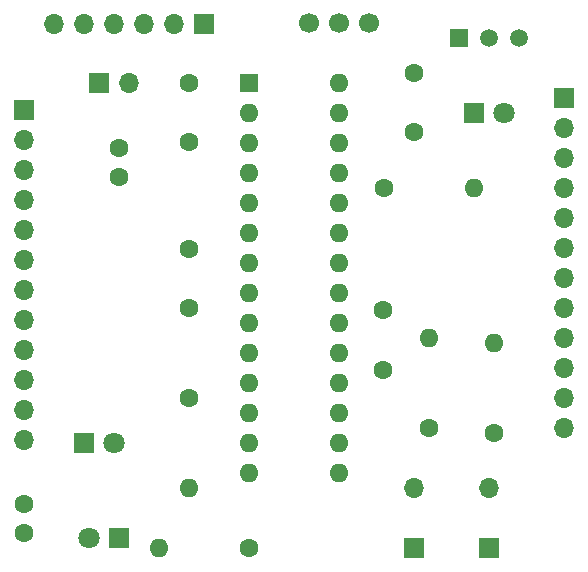
<source format=gbr>
%TF.GenerationSoftware,KiCad,Pcbnew,7.0.1-0*%
%TF.CreationDate,2023-06-05T16:05:10-05:00*%
%TF.ProjectId,ME433 HW4,4d453433-3320-4485-9734-2e6b69636164,rev?*%
%TF.SameCoordinates,Original*%
%TF.FileFunction,Soldermask,Top*%
%TF.FilePolarity,Negative*%
%FSLAX46Y46*%
G04 Gerber Fmt 4.6, Leading zero omitted, Abs format (unit mm)*
G04 Created by KiCad (PCBNEW 7.0.1-0) date 2023-06-05 16:05:10*
%MOMM*%
%LPD*%
G01*
G04 APERTURE LIST*
%ADD10C,1.600000*%
%ADD11O,1.600000X1.600000*%
%ADD12R,1.700000X1.700000*%
%ADD13O,1.700000X1.700000*%
%ADD14R,1.800000X1.800000*%
%ADD15C,1.800000*%
%ADD16R,1.600000X1.600000*%
%ADD17R,1.500000X1.500000*%
%ADD18C,1.500000*%
%ADD19C,1.700000*%
G04 APERTURE END LIST*
D10*
%TO.C,R1*%
X146905000Y-83455000D03*
D11*
X146905000Y-91075000D03*
%TD*%
D12*
%TO.C,SW2*%
X172305000Y-96155000D03*
D13*
X172305000Y-91075000D03*
%TD*%
D12*
%TO.C,SW1*%
X165955000Y-96155000D03*
D13*
X165955000Y-91075000D03*
%TD*%
D14*
%TO.C,D1*%
X138015000Y-87265000D03*
D15*
X140555000Y-87265000D03*
%TD*%
D10*
%TO.C,R3*%
X167225000Y-85995000D03*
D11*
X167225000Y-78375000D03*
%TD*%
D10*
%TO.C,R2*%
X151985000Y-96155000D03*
D11*
X144365000Y-96155000D03*
%TD*%
D14*
%TO.C,D3*%
X171035000Y-59325000D03*
D15*
X173575000Y-59325000D03*
%TD*%
D12*
%TO.C,J2*%
X178655000Y-58055000D03*
D13*
X178655000Y-60595000D03*
X178655000Y-63135000D03*
X178655000Y-65675000D03*
X178655000Y-68215000D03*
X178655000Y-70755000D03*
X178655000Y-73295000D03*
X178655000Y-75835000D03*
X178655000Y-78375000D03*
X178655000Y-80915000D03*
X178655000Y-83455000D03*
X178655000Y-85995000D03*
%TD*%
D10*
%TO.C,C4*%
X165955000Y-55880000D03*
X165955000Y-60880000D03*
%TD*%
%TO.C,R5*%
X163415000Y-65675000D03*
D11*
X171035000Y-65675000D03*
%TD*%
D12*
%TO.C,J3*%
X139285000Y-56785000D03*
D13*
X141825000Y-56785000D03*
%TD*%
D10*
%TO.C,C1*%
X132935000Y-94885000D03*
X132935000Y-92385000D03*
%TD*%
D12*
%TO.C,J1*%
X132935000Y-59025000D03*
D13*
X132935000Y-61565000D03*
X132935000Y-64105000D03*
X132935000Y-66645000D03*
X132935000Y-69185000D03*
X132935000Y-71725000D03*
X132935000Y-74265000D03*
X132935000Y-76805000D03*
X132935000Y-79345000D03*
X132935000Y-81885000D03*
X132935000Y-84425000D03*
X132935000Y-86965000D03*
%TD*%
D14*
%TO.C,D2*%
X140970000Y-95250000D03*
D15*
X138430000Y-95250000D03*
%TD*%
D16*
%TO.C,U1*%
X151995000Y-56770000D03*
D11*
X151995000Y-59310000D03*
X151995000Y-61850000D03*
X151995000Y-64390000D03*
X151995000Y-66930000D03*
X151995000Y-69470000D03*
X151995000Y-72010000D03*
X151995000Y-74550000D03*
X151995000Y-77090000D03*
X151995000Y-79630000D03*
X151995000Y-82170000D03*
X151995000Y-84710000D03*
X151995000Y-87250000D03*
X151995000Y-89790000D03*
X159615000Y-89790000D03*
X159615000Y-87250000D03*
X159615000Y-84710000D03*
X159615000Y-82170000D03*
X159615000Y-79630000D03*
X159615000Y-77090000D03*
X159615000Y-74550000D03*
X159615000Y-72010000D03*
X159615000Y-69470000D03*
X159615000Y-66930000D03*
X159615000Y-64390000D03*
X159615000Y-61850000D03*
X159615000Y-59310000D03*
X159615000Y-56770000D03*
%TD*%
D10*
%TO.C,C6*%
X146905000Y-61785000D03*
X146905000Y-56785000D03*
%TD*%
D17*
%TO.C,U3*%
X169765000Y-52975000D03*
D18*
X172305000Y-52975000D03*
X174845000Y-52975000D03*
%TD*%
D10*
%TO.C,C2*%
X163339957Y-76015340D03*
X163339957Y-81015340D03*
%TD*%
D12*
%TO.C,U2*%
X148150000Y-51730000D03*
D13*
X145610000Y-51730000D03*
X143070000Y-51730000D03*
X140530000Y-51730000D03*
X137990000Y-51730000D03*
X135450000Y-51730000D03*
%TD*%
D19*
%TO.C,SW3*%
X157065000Y-51705000D03*
X159605000Y-51705000D03*
X162145000Y-51705000D03*
%TD*%
D10*
%TO.C,R4*%
X172720000Y-86360000D03*
D11*
X172720000Y-78740000D03*
%TD*%
D10*
%TO.C,C3*%
X140970000Y-64730000D03*
X140970000Y-62230000D03*
%TD*%
%TO.C,C5*%
X146905000Y-70835000D03*
X146905000Y-75835000D03*
%TD*%
M02*

</source>
